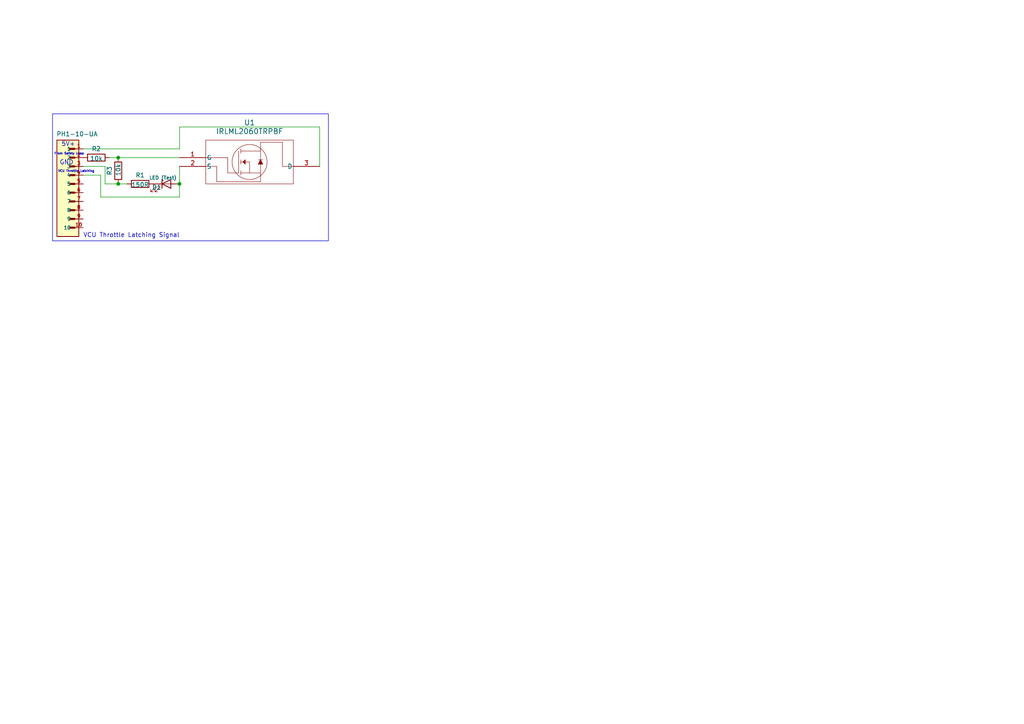
<source format=kicad_sch>
(kicad_sch (version 20231120) (generator "eeschema") (generator_version "8.0")
  (paper "A4")
  (lib_symbols
    (symbol "10 pin output:PH1-10-UA" (pin_names (offset 1.016))
      (property "Reference" "J" (at 0 28.448 0))
      (property "Value" "PH1-10-UA" (at 0 0 0))
      (symbol "PH1-10-UA_0_0"
        (polyline (pts (xy 3.81 2.54) (xy 5.08 2.54)) (stroke (width 0.6096)))
        (polyline (pts (xy 3.81 5.08) (xy 5.08 5.08)) (stroke (width 0.6096)))
        (polyline (pts (xy 3.81 7.62) (xy 5.08 7.62)) (stroke (width 0.6096)))
        (polyline (pts (xy 3.81 10.16) (xy 5.08 10.16)) (stroke (width 0.6096)))
        (polyline (pts (xy 3.81 12.7) (xy 5.08 12.7)) (stroke (width 0.6096)))
        (polyline (pts (xy 3.81 15.24) (xy 5.08 15.24)) (stroke (width 0.6096)))
        (polyline (pts (xy 3.81 17.78) (xy 5.08 17.78)) (stroke (width 0.6096)))
        (polyline (pts (xy 3.81 20.32) (xy 5.08 20.32)) (stroke (width 0.6096)))
        (polyline (pts (xy 3.81 22.86) (xy 5.08 22.86)) (stroke (width 0.6096)))
        (polyline (pts (xy 3.81 25.4) (xy 5.08 25.4)) (stroke (width 0.6096)))
        (rectangle (start 0 0) (end 6.35 27.94) (stroke (width 0.254)) (fill (type background)))
        (pin passive line (at 7.62 25.4 180) (length 2.54) (name "1") (number "1"))
        (pin passive line (at 7.62 2.54 180) (length 2.54) (name "10") (number "10"))
        (pin passive line (at 7.62 22.86 180) (length 2.54) (name "2") (number "2"))
        (pin passive line (at 7.62 20.32 180) (length 2.54) (name "3") (number "3"))
        (pin passive line (at 7.62 17.78 180) (length 2.54) (name "4") (number "4"))
        (pin passive line (at 7.62 15.24 180) (length 2.54) (name "5") (number "5"))
        (pin passive line (at 7.62 12.7 180) (length 2.54) (name "6") (number "6"))
        (pin passive line (at 7.62 10.16 180) (length 2.54) (name "7") (number "7"))
        (pin passive line (at 7.62 7.62 180) (length 2.54) (name "8") (number "8"))
        (pin passive line (at 7.62 5.08 180) (length 2.54) (name "9") (number "9"))
      )
    )
    (symbol "Device:LED" (pin_numbers hide) (pin_names (offset 1.016) hide)
      (property "Reference" "D" (at 0 2.54 0))
      (property "Value" "LED" (at 0 -2.54 0))
      (symbol "LED_0_1"
        (polyline (pts (xy -1.27 -1.27) (xy -1.27 1.27)) (stroke (width 0.254)))
        (polyline (pts (xy -1.27 0) (xy 1.27 0)))
        (polyline (pts (xy 1.27 -1.27) (xy 1.27 1.27) (xy -1.27 0) (xy 1.27 -1.27)) (stroke (width 0.254)))
        (polyline (pts (xy -3.048 -0.762) (xy -4.572 -2.286) (xy -3.81 -2.286) (xy -4.572 -2.286) (xy -4.572 -1.524)))
        (polyline (pts (xy -1.778 -0.762) (xy -3.302 -2.286) (xy -2.54 -2.286) (xy -3.302 -2.286) (xy -3.302 -1.524)))
      )
      (symbol "LED_1_1"
        (pin passive line (at -3.81 0 0) (length 2.54) (name "K") (number "1"))
        (pin passive line (at 3.81 0 180) (length 2.54) (name "A") (number "2"))
      )
    )
    (symbol "Device:R" (pin_numbers hide) (pin_names (offset 0))
      (property "Reference" "R" (at 2.032 0 90))
      (property "Value" "R" (at 0 0 90))
      (symbol "R_0_1"
        (rectangle (start -1.016 -2.54) (end 1.016 2.54) (stroke (width 0.254)))
      )
      (symbol "R_1_1"
        (pin passive line (at 0 3.81 270) (length 1.27) (name "~") (number "1"))
        (pin passive line (at 0 -3.81 90) (length 1.27) (name "~") (number "2"))
      )
    )
    (symbol "NMOS:IRLML2060TRPBF" (pin_names (offset 0.254))
      (property "Reference" "U" (at 20.32 10.16 0))
      (property "Value" "IRLML2060TRPBF" (at 20.32 7.62 0))
      (symbol "IRLML2060TRPBF_0_1"
        (polyline (pts (xy 7.62 -7.62) (xy 33.02 -7.62)) (stroke (width 0.127)))
        (polyline (pts (xy 7.62 -2.54) (xy 10.795 -2.54)) (stroke (width 0.127)))
        (polyline (pts (xy 7.62 5.08) (xy 7.62 -7.62)) (stroke (width 0.127)))
        (polyline (pts (xy 10.795 -6.985) (xy 23.495 -6.985)) (stroke (width 0.127)))
        (polyline (pts (xy 10.795 -2.54) (xy 10.795 -6.985)) (stroke (width 0.127)))
        (polyline (pts (xy 13.97 -4.445) (xy 13.97 0)) (stroke (width 0.127)))
        (polyline (pts (xy 13.97 0) (xy 7.62 0)) (stroke (width 0.127)))
        (polyline (pts (xy 17.145 -4.445) (xy 13.97 -4.445)) (stroke (width 0.127)))
        (polyline (pts (xy 17.145 1.905) (xy 17.145 -4.445)) (stroke (width 0.127)))
        (polyline (pts (xy 17.78 -5.08) (xy 17.78 -3.81)) (stroke (width 0.127)))
        (polyline (pts (xy 17.78 -4.445) (xy 23.495 -4.445)) (stroke (width 0.127)))
        (polyline (pts (xy 17.78 -1.27) (xy 20.32 -1.27)) (stroke (width 0.127)))
        (polyline (pts (xy 17.78 -0.635) (xy 17.78 -1.905)) (stroke (width 0.127)))
        (polyline (pts (xy 17.78 1.905) (xy 23.495 1.905)) (stroke (width 0.127)))
        (polyline (pts (xy 17.78 2.54) (xy 17.78 1.27)) (stroke (width 0.127)))
        (polyline (pts (xy 18.415 -1.27) (xy 19.05 -0.635)) (stroke (width 0.127)))
        (polyline (pts (xy 19.05 -1.905) (xy 18.415 -1.27)) (stroke (width 0.127)))
        (polyline (pts (xy 19.05 -0.635) (xy 19.05 -1.905)) (stroke (width 0.127)))
        (polyline (pts (xy 20.32 -4.445) (xy 20.32 -1.27)) (stroke (width 0.127)))
        (polyline (pts (xy 22.86 -1.905) (xy 23.495 -0.635)) (stroke (width 0.127)))
        (polyline (pts (xy 22.86 -1.905) (xy 24.13 -1.905)) (stroke (width 0.127)))
        (polyline (pts (xy 22.86 -0.635) (xy 24.13 -0.635)) (stroke (width 0.127)))
        (polyline (pts (xy 23.495 -6.985) (xy 23.495 4.445)) (stroke (width 0.127)))
        (polyline (pts (xy 23.495 -0.635) (xy 24.13 -1.905)) (stroke (width 0.127)))
        (polyline (pts (xy 23.495 4.445) (xy 29.845 4.445)) (stroke (width 0.127)))
        (polyline (pts (xy 29.845 -2.54) (xy 33.02 -2.54)) (stroke (width 0.127)))
        (polyline (pts (xy 29.845 4.445) (xy 29.845 -2.54)) (stroke (width 0.127)))
        (polyline (pts (xy 33.02 -7.62) (xy 33.02 5.08)) (stroke (width 0.127)))
        (polyline (pts (xy 33.02 5.08) (xy 7.62 5.08)) (stroke (width 0.127)))
        (polyline (pts (xy 18.415 -1.27) (xy 19.05 -0.635) (xy 19.05 -1.905)) (fill (type outline)))
        (polyline (pts (xy 22.86 -1.905) (xy 23.495 -0.635) (xy 24.13 -1.905)) (fill (type outline)))
        (circle (center 20.32 -1.27) (radius 5.08) (stroke (width 0.127)))
        (pin unspecified line (at 0 0 0) (length 7.62) (name "G") (number "1"))
        (pin unspecified line (at 0 -2.54 0) (length 7.62) (name "S") (number "2"))
        (pin unspecified line (at 40.64 -2.54 180) (length 7.62) (name "D") (number "3"))
      )
    )
  )
  (junction (at 34.29 45.72))
  (junction (at 52.07 53.34))
  (junction (at 34.29 53.34))
  (wire (pts (xy 34.29 53.34) (xy 36.83 53.34)))
  (wire (pts (xy 52.07 48.26) (xy 52.07 53.34)))
  (wire (pts (xy 52.07 57.15) (xy 29.21 57.15)))
  (wire (pts (xy 92.71 48.26) (xy 92.71 36.83)))
  (wire (pts (xy 31.75 45.72) (xy 34.29 45.72)))
  (wire (pts (xy 92.71 36.83) (xy 52.07 36.83)))
  (wire (pts (xy 52.07 43.18) (xy 24.13 43.18)))
  (wire (pts (xy 30.48 53.34) (xy 30.48 48.26)))
  (wire (pts (xy 29.21 50.8) (xy 24.13 50.8)))
  (wire (pts (xy 29.21 57.15) (xy 29.21 50.8)))
  (wire (pts (xy 34.29 53.34) (xy 30.48 53.34)))
  (wire (pts (xy 52.07 36.83) (xy 52.07 43.18)))
  (wire (pts (xy 30.48 48.26) (xy 24.13 48.26)))
  (wire (pts (xy 34.29 45.72) (xy 52.07 45.72)))
  (wire (pts (xy 52.07 53.34) (xy 52.07 57.15)))
  (rectangle (start 15.24 33.02) (end 95.25 69.85))
  (text "5V+\n" (at 19.812 41.91 0) (effects (font (size 1.27 1.27))))
  (text "VCU Throttle Latching\n" (at 22.098 49.784 0) (effects (font (size 0.635 0.635))))
  (text "VCU Throttle Latching Signal\n\n" (at 24.13 71.12 0) (effects (font (size 1.27 1.27)) (justify left bottom)))
  (text "From Safety Loop\n" (at 20.066 44.704 0) (effects (font (size 0.635 0.635))))
  (text "GND\n" (at 19.304 47.244 0) (effects (font (size 1.27 1.27))))
  (symbol (lib_id "Device:R") (at 27.94 45.72 90) (unit 1)
    (property "Reference" "R2" (at 27.94 43.18 90))
    (property "Value" "10k" (at 27.94 45.974 90))
    (property "Footprint" "CF14JT10K0:STA_CF14_STP" (effects (hide yes)))
  )
  (symbol (lib_id "Device:LED") (at 48.26 53.34 0) (unit 1)
    (property "Reference" "D1" (at 45.466 54.356 0))
    (property "Value" "LED (Test)" (at 47.244 51.562 0) (effects (font (size 1 1))))
    (property "Footprint" "LED:LED_AP3216SYD_KNB" (effects (hide yes)))
  )
  (symbol (lib_id "NMOS:IRLML2060TRPBF") (at 52.07 45.72 0) (unit 1)
    (property "Reference" "U1" (at 72.39 35.56 0) (effects (font (size 1.524 1.524))))
    (property "Value" "IRLML2060TRPBF" (at 72.39 38.1 0) (effects (font (size 1.524 1.524))))
    (property "Footprint" "SOT23_INF" (effects (hide yes)))
    (property "Datasheet" "IRLML2060TRPBF" (effects (hide yes)))
  )
  (symbol (lib_id "Device:R") (at 40.64 53.34 90) (unit 1)
    (property "Reference" "R1" (at 40.64 50.8 90))
    (property "Value" "150R" (at 40.64 53.594 90))
    (property "Footprint" "CF14JT10K0:STA_CF14_STP" (effects (hide yes)))
  )
  (symbol (lib_id "Device:R") (at 34.29 49.53 180) (unit 1)
    (property "Reference" "R3" (at 31.75 49.53 90))
    (property "Value" "10k" (at 34.29 49.276 90))
    (property "Footprint" "CF14JT10K0:STA_CF14_STP" (effects (hide yes)))
  )
  (symbol (lib_id "10 pin output:PH1-10-UA") (at 16.51 68.58 0) (unit 1)
    (property "Reference" "J1" (effects (hide yes)))
    (property "Value" "PH1-10-UA" (at 22.352 38.862 0))
    (property "Footprint" "PH1-10-UA:1X10-2.54MM-THT" (effects (hide yes)))
    (property "MF" "Adam Tech" (effects (hide yes)))
    (property "Description_1" "\n                        \n                            Connector Header Through Hole 10 position 0.100 (2.54mm)\n                        \n" (effects (hide yes)))
    (property "Package" "None" (effects (hide yes)))
    (property "Price" "None" (effects (hide yes)))
    (property "SnapEDA_Link" "https://www.snapeda.com/parts/PH1-10-UA/Adam+Tech/view-part/?ref=snap" (effects (hide yes)))
    (property "MP" "PH1-10-UA" (effects (hide yes)))
    (property "Availability" "In Stock" (effects (hide yes)))
    (property "Check_prices" "https://www.snapeda.com/parts/PH1-10-UA/Adam+Tech/view-part/?ref=eda" (effects (hide yes)))
  )
)
</source>
